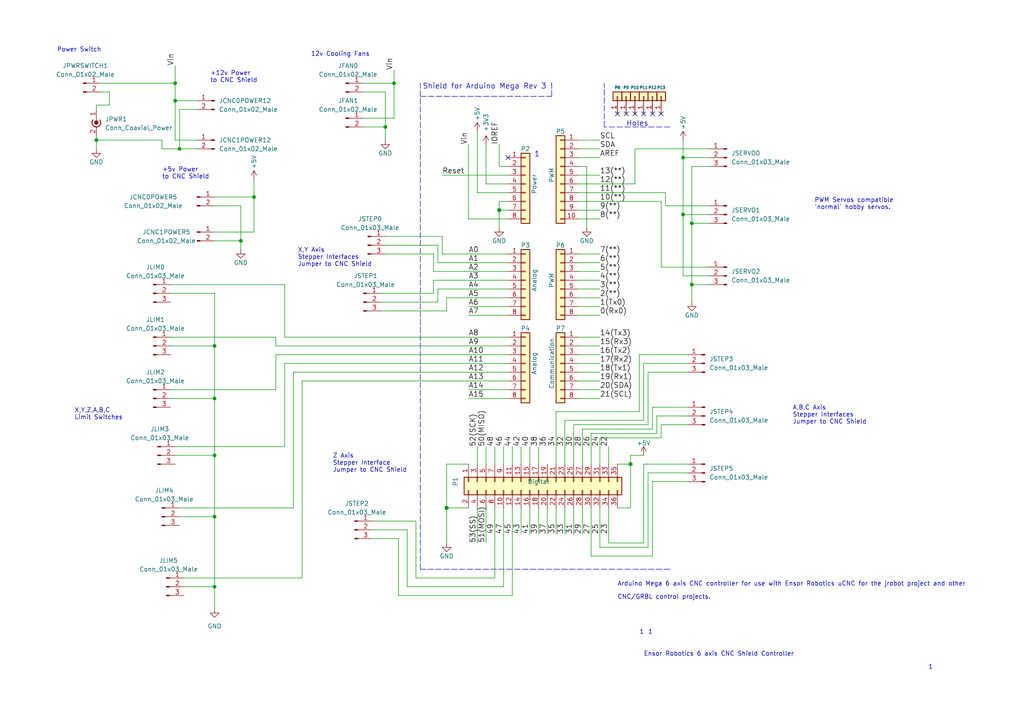
<source format=kicad_sch>
(kicad_sch (version 20211123) (generator eeschema)
  (paper "A4")
  (title_block (date "mar. 31 mars 2015"))
  (lib_symbols
    (symbol "Connector:Conn_01x02_Male" (pin_names (offset 1.016) hide)
      (property "Reference" "J" (at 0 2.54 0))
      (property "Value" "Conn_01x02_Male" (at 0 -5.08 0))
      (symbol "Conn_01x02_Male_1_1"
        (polyline (pts (xy 1.27 -2.54) (xy 0.8636 -2.54)) (stroke (width 0.1524)))
        (polyline (pts (xy 1.27 0) (xy 0.8636 0)) (stroke (width 0.1524)))
        (rectangle (start 0.8636 -2.413) (end 0 -2.667) (stroke (width 0.1524)) (fill (type outline)))
        (rectangle (start 0.8636 0.127) (end 0 -0.127) (stroke (width 0.1524)) (fill (type outline)))
        (pin passive line (at 5.08 0 180) (length 3.81) (name "Pin_1") (number "1"))
        (pin passive line (at 5.08 -2.54 180) (length 3.81) (name "Pin_2") (number "2"))
      )
    )
    (symbol "Connector:Conn_01x03_Male" (pin_names (offset 1.016) hide)
      (property "Reference" "J" (at 0 5.08 0))
      (property "Value" "Conn_01x03_Male" (at 0 -5.08 0))
      (symbol "Conn_01x03_Male_1_1"
        (polyline (pts (xy 1.27 -2.54) (xy 0.8636 -2.54)) (stroke (width 0.1524)))
        (polyline (pts (xy 1.27 0) (xy 0.8636 0)) (stroke (width 0.1524)))
        (polyline (pts (xy 1.27 2.54) (xy 0.8636 2.54)) (stroke (width 0.1524)))
        (rectangle (start 0.8636 -2.413) (end 0 -2.667) (stroke (width 0.1524)) (fill (type outline)))
        (rectangle (start 0.8636 0.127) (end 0 -0.127) (stroke (width 0.1524)) (fill (type outline)))
        (rectangle (start 0.8636 2.667) (end 0 2.413) (stroke (width 0.1524)) (fill (type outline)))
        (pin passive line (at 5.08 2.54 180) (length 3.81) (name "Pin_1") (number "1"))
        (pin passive line (at 5.08 0 180) (length 3.81) (name "Pin_2") (number "2"))
        (pin passive line (at 5.08 -2.54 180) (length 3.81) (name "Pin_3") (number "3"))
      )
    )
    (symbol "Connector:Conn_Coaxial_Power" (pin_names (offset 1.016) hide)
      (property "Reference" "J" (at -5.08 -1.27 90))
      (property "Value" "Conn_Coaxial_Power" (at -3.175 -1.27 90))
      (symbol "Conn_Coaxial_Power_0_1"
        (arc (start -1.27 -1.27) (mid 0 -2.54) (end 1.27 -1.27) (stroke (width 0.254)))
        (arc (start -1.016 -0.508) (mid -1.2048 -0.8684) (end -1.27 -1.27) (stroke (width 0.254)))
        (circle (center 0 -1.27) (radius 0.508) (stroke (width 0.2032)) (fill (type outline)))
        (polyline (pts (xy 0 -2.54) (xy 0 -3.048)))
        (polyline (pts (xy 0 0) (xy 0 -1.27)))
        (arc (start 1.27 -1.27) (mid 1.2048 -0.8684) (end 1.016 -0.508) (stroke (width 0.254)))
      )
      (symbol "Conn_Coaxial_Power_1_1"
        (pin passive line (at 0 2.54 270) (length 2.54) (name "In") (number "1"))
        (pin passive line (at 0 -5.08 90) (length 2.54) (name "Ext") (number "2"))
      )
    )
    (symbol "Connector_Generic:Conn_01x01" (pin_names (offset 1.016) hide)
      (property "Reference" "J" (at 0 2.54 0))
      (property "Value" "Conn_01x01" (at 0 -2.54 0))
      (symbol "Conn_01x01_1_1"
        (rectangle (start -1.27 0.127) (end 0 -0.127) (stroke (width 0.1524)))
        (rectangle (start -1.27 1.27) (end 1.27 -1.27) (stroke (width 0.254)) (fill (type background)))
        (pin passive line (at -5.08 0 0) (length 3.81) (name "Pin_1") (number "1"))
      )
    )
    (symbol "Connector_Generic:Conn_01x08" (pin_names (offset 1.016) hide)
      (property "Reference" "J" (at 0 10.16 0))
      (property "Value" "Conn_01x08" (at 0 -12.7 0))
      (symbol "Conn_01x08_1_1"
        (rectangle (start -1.27 -10.033) (end 0 -10.287) (stroke (width 0.1524)))
        (rectangle (start -1.27 -7.493) (end 0 -7.747) (stroke (width 0.1524)))
        (rectangle (start -1.27 -4.953) (end 0 -5.207) (stroke (width 0.1524)))
        (rectangle (start -1.27 -2.413) (end 0 -2.667) (stroke (width 0.1524)))
        (rectangle (start -1.27 0.127) (end 0 -0.127) (stroke (width 0.1524)))
        (rectangle (start -1.27 2.667) (end 0 2.413) (stroke (width 0.1524)))
        (rectangle (start -1.27 5.207) (end 0 4.953) (stroke (width 0.1524)))
        (rectangle (start -1.27 7.747) (end 0 7.493) (stroke (width 0.1524)))
        (rectangle (start -1.27 8.89) (end 1.27 -11.43) (stroke (width 0.254)) (fill (type background)))
        (pin passive line (at -5.08 7.62 0) (length 3.81) (name "Pin_1") (number "1"))
        (pin passive line (at -5.08 5.08 0) (length 3.81) (name "Pin_2") (number "2"))
        (pin passive line (at -5.08 2.54 0) (length 3.81) (name "Pin_3") (number "3"))
        (pin passive line (at -5.08 0 0) (length 3.81) (name "Pin_4") (number "4"))
        (pin passive line (at -5.08 -2.54 0) (length 3.81) (name "Pin_5") (number "5"))
        (pin passive line (at -5.08 -5.08 0) (length 3.81) (name "Pin_6") (number "6"))
        (pin passive line (at -5.08 -7.62 0) (length 3.81) (name "Pin_7") (number "7"))
        (pin passive line (at -5.08 -10.16 0) (length 3.81) (name "Pin_8") (number "8"))
      )
    )
    (symbol "Connector_Generic:Conn_01x10" (pin_names (offset 1.016) hide)
      (property "Reference" "J" (at 0 12.7 0))
      (property "Value" "Conn_01x10" (at 0 -15.24 0))
      (symbol "Conn_01x10_1_1"
        (rectangle (start -1.27 -12.573) (end 0 -12.827) (stroke (width 0.1524)))
        (rectangle (start -1.27 -10.033) (end 0 -10.287) (stroke (width 0.1524)))
        (rectangle (start -1.27 -7.493) (end 0 -7.747) (stroke (width 0.1524)))
        (rectangle (start -1.27 -4.953) (end 0 -5.207) (stroke (width 0.1524)))
        (rectangle (start -1.27 -2.413) (end 0 -2.667) (stroke (width 0.1524)))
        (rectangle (start -1.27 0.127) (end 0 -0.127) (stroke (width 0.1524)))
        (rectangle (start -1.27 2.667) (end 0 2.413) (stroke (width 0.1524)))
        (rectangle (start -1.27 5.207) (end 0 4.953) (stroke (width 0.1524)))
        (rectangle (start -1.27 7.747) (end 0 7.493) (stroke (width 0.1524)))
        (rectangle (start -1.27 10.287) (end 0 10.033) (stroke (width 0.1524)))
        (rectangle (start -1.27 11.43) (end 1.27 -13.97) (stroke (width 0.254)) (fill (type background)))
        (pin passive line (at -5.08 10.16 0) (length 3.81) (name "Pin_1") (number "1"))
        (pin passive line (at -5.08 -12.7 0) (length 3.81) (name "Pin_10") (number "10"))
        (pin passive line (at -5.08 7.62 0) (length 3.81) (name "Pin_2") (number "2"))
        (pin passive line (at -5.08 5.08 0) (length 3.81) (name "Pin_3") (number "3"))
        (pin passive line (at -5.08 2.54 0) (length 3.81) (name "Pin_4") (number "4"))
        (pin passive line (at -5.08 0 0) (length 3.81) (name "Pin_5") (number "5"))
        (pin passive line (at -5.08 -2.54 0) (length 3.81) (name "Pin_6") (number "6"))
        (pin passive line (at -5.08 -5.08 0) (length 3.81) (name "Pin_7") (number "7"))
        (pin passive line (at -5.08 -7.62 0) (length 3.81) (name "Pin_8") (number "8"))
        (pin passive line (at -5.08 -10.16 0) (length 3.81) (name "Pin_9") (number "9"))
      )
    )
    (symbol "Connector_Generic:Conn_02x18_Odd_Even" (pin_names (offset 1.016) hide)
      (property "Reference" "J" (at 1.27 22.86 0))
      (property "Value" "Conn_02x18_Odd_Even" (at 1.27 -25.4 0))
      (symbol "Conn_02x18_Odd_Even_1_1"
        (rectangle (start -1.27 -22.733) (end 0 -22.987) (stroke (width 0.1524)))
        (rectangle (start -1.27 -20.193) (end 0 -20.447) (stroke (width 0.1524)))
        (rectangle (start -1.27 -17.653) (end 0 -17.907) (stroke (width 0.1524)))
        (rectangle (start -1.27 -15.113) (end 0 -15.367) (stroke (width 0.1524)))
        (rectangle (start -1.27 -12.573) (end 0 -12.827) (stroke (width 0.1524)))
        (rectangle (start -1.27 -10.033) (end 0 -10.287) (stroke (width 0.1524)))
        (rectangle (start -1.27 -7.493) (end 0 -7.747) (stroke (width 0.1524)))
        (rectangle (start -1.27 -4.953) (end 0 -5.207) (stroke (width 0.1524)))
        (rectangle (start -1.27 -2.413) (end 0 -2.667) (stroke (width 0.1524)))
        (rectangle (start -1.27 0.127) (end 0 -0.127) (stroke (width 0.1524)))
        (rectangle (start -1.27 2.667) (end 0 2.413) (stroke (width 0.1524)))
        (rectangle (start -1.27 5.207) (end 0 4.953) (stroke (width 0.1524)))
        (rectangle (start -1.27 7.747) (end 0 7.493) (stroke (width 0.1524)))
        (rectangle (start -1.27 10.287) (end 0 10.033) (stroke (width 0.1524)))
        (rectangle (start -1.27 12.827) (end 0 12.573) (stroke (width 0.1524)))
        (rectangle (start -1.27 15.367) (end 0 15.113) (stroke (width 0.1524)))
        (rectangle (start -1.27 17.907) (end 0 17.653) (stroke (width 0.1524)))
        (rectangle (start -1.27 20.447) (end 0 20.193) (stroke (width 0.1524)))
        (rectangle (start -1.27 21.59) (end 3.81 -24.13) (stroke (width 0.254)) (fill (type background)))
        (rectangle (start 3.81 -22.733) (end 2.54 -22.987) (stroke (width 0.1524)))
        (rectangle (start 3.81 -20.193) (end 2.54 -20.447) (stroke (width 0.1524)))
        (rectangle (start 3.81 -17.653) (end 2.54 -17.907) (stroke (width 0.1524)))
        (rectangle (start 3.81 -15.113) (end 2.54 -15.367) (stroke (width 0.1524)))
        (rectangle (start 3.81 -12.573) (end 2.54 -12.827) (stroke (width 0.1524)))
        (rectangle (start 3.81 -10.033) (end 2.54 -10.287) (stroke (width 0.1524)))
        (rectangle (start 3.81 -7.493) (end 2.54 -7.747) (stroke (width 0.1524)))
        (rectangle (start 3.81 -4.953) (end 2.54 -5.207) (stroke (width 0.1524)))
        (rectangle (start 3.81 -2.413) (end 2.54 -2.667) (stroke (width 0.1524)))
        (rectangle (start 3.81 0.127) (end 2.54 -0.127) (stroke (width 0.1524)))
        (rectangle (start 3.81 2.667) (end 2.54 2.413) (stroke (width 0.1524)))
        (rectangle (start 3.81 5.207) (end 2.54 4.953) (stroke (width 0.1524)))
        (rectangle (start 3.81 7.747) (end 2.54 7.493) (stroke (width 0.1524)))
        (rectangle (start 3.81 10.287) (end 2.54 10.033) (stroke (width 0.1524)))
        (rectangle (start 3.81 12.827) (end 2.54 12.573) (stroke (width 0.1524)))
        (rectangle (start 3.81 15.367) (end 2.54 15.113) (stroke (width 0.1524)))
        (rectangle (start 3.81 17.907) (end 2.54 17.653) (stroke (width 0.1524)))
        (rectangle (start 3.81 20.447) (end 2.54 20.193) (stroke (width 0.1524)))
        (pin passive line (at -5.08 20.32 0) (length 3.81) (name "Pin_1") (number "1"))
        (pin passive line (at 7.62 10.16 180) (length 3.81) (name "Pin_10") (number "10"))
        (pin passive line (at -5.08 7.62 0) (length 3.81) (name "Pin_11") (number "11"))
        (pin passive line (at 7.62 7.62 180) (length 3.81) (name "Pin_12") (number "12"))
        (pin passive line (at -5.08 5.08 0) (length 3.81) (name "Pin_13") (number "13"))
        (pin passive line (at 7.62 5.08 180) (length 3.81) (name "Pin_14") (number "14"))
        (pin passive line (at -5.08 2.54 0) (length 3.81) (name "Pin_15") (number "15"))
        (pin passive line (at 7.62 2.54 180) (length 3.81) (name "Pin_16") (number "16"))
        (pin passive line (at -5.08 0 0) (length 3.81) (name "Pin_17") (number "17"))
        (pin passive line (at 7.62 0 180) (length 3.81) (name "Pin_18") (number "18"))
        (pin passive line (at -5.08 -2.54 0) (length 3.81) (name "Pin_19") (number "19"))
        (pin passive line (at 7.62 20.32 180) (length 3.81) (name "Pin_2") (number "2"))
        (pin passive line (at 7.62 -2.54 180) (length 3.81) (name "Pin_20") (number "20"))
        (pin passive line (at -5.08 -5.08 0) (length 3.81) (name "Pin_21") (number "21"))
        (pin passive line (at 7.62 -5.08 180) (length 3.81) (name "Pin_22") (number "22"))
        (pin passive line (at -5.08 -7.62 0) (length 3.81) (name "Pin_23") (number "23"))
        (pin passive line (at 7.62 -7.62 180) (length 3.81) (name "Pin_24") (number "24"))
        (pin passive line (at -5.08 -10.16 0) (length 3.81) (name "Pin_25") (number "25"))
        (pin passive line (at 7.62 -10.16 180) (length 3.81) (name "Pin_26") (number "26"))
        (pin passive line (at -5.08 -12.7 0) (length 3.81) (name "Pin_27") (number "27"))
        (pin passive line (at 7.62 -12.7 180) (length 3.81) (name "Pin_28") (number "28"))
        (pin passive line (at -5.08 -15.24 0) (length 3.81) (name "Pin_29") (number "29"))
        (pin passive line (at -5.08 17.78 0) (length 3.81) (name "Pin_3") (number "3"))
        (pin passive line (at 7.62 -15.24 180) (length 3.81) (name "Pin_30") (number "30"))
        (pin passive line (at -5.08 -17.78 0) (length 3.81) (name "Pin_31") (number "31"))
        (pin passive line (at 7.62 -17.78 180) (length 3.81) (name "Pin_32") (number "32"))
        (pin passive line (at -5.08 -20.32 0) (length 3.81) (name "Pin_33") (number "33"))
        (pin passive line (at 7.62 -20.32 180) (length 3.81) (name "Pin_34") (number "34"))
        (pin passive line (at -5.08 -22.86 0) (length 3.81) (name "Pin_35") (number "35"))
        (pin passive line (at 7.62 -22.86 180) (length 3.81) (name "Pin_36") (number "36"))
        (pin passive line (at 7.62 17.78 180) (length 3.81) (name "Pin_4") (number "4"))
        (pin passive line (at -5.08 15.24 0) (length 3.81) (name "Pin_5") (number "5"))
        (pin passive line (at 7.62 15.24 180) (length 3.81) (name "Pin_6") (number "6"))
        (pin passive line (at -5.08 12.7 0) (length 3.81) (name "Pin_7") (number "7"))
        (pin passive line (at 7.62 12.7 180) (length 3.81) (name "Pin_8") (number "8"))
        (pin passive line (at -5.08 10.16 0) (length 3.81) (name "Pin_9") (number "9"))
      )
    )
    (symbol "power:+3V3" (power) (pin_names (offset 0))
      (property "Value" "+3V3" (at 0 3.556 0))
      (symbol "+3V3_0_1"
        (polyline (pts (xy -0.762 1.27) (xy 0 2.54)))
        (polyline (pts (xy 0 0) (xy 0 2.54)))
        (polyline (pts (xy 0 2.54) (xy 0.762 1.27)))
      )
      (symbol "+3V3_1_1"
        (pin power_in line (at 0 0 90) (length 0) hide (name "+3V3") (number "1"))
      )
    )
    (symbol "power:+5V" (power) (pin_names (offset 0))
      (property "Value" "+5V" (at 0 3.556 0))
      (symbol "+5V_0_1"
        (polyline (pts (xy -0.762 1.27) (xy 0 2.54)))
        (polyline (pts (xy 0 0) (xy 0 2.54)))
        (polyline (pts (xy 0 2.54) (xy 0.762 1.27)))
      )
      (symbol "+5V_1_1"
        (pin power_in line (at 0 0 90) (length 0) hide (name "+5V") (number "1"))
      )
    )
    (symbol "power:GND" (power) (pin_names (offset 0))
      (property "Value" "GND" (at 0 -3.81 0))
      (symbol "GND_0_1"
        (polyline (pts (xy 0 0) (xy 0 -1.27) (xy 1.27 -1.27) (xy 0 -2.54) (xy -1.27 -1.27) (xy 0 -1.27)))
      )
      (symbol "GND_1_1"
        (pin power_in line (at 0 0 270) (length 0) hide (name "GND") (number "1"))
      )
    )
  )
  (junction (at 50.8 24.13))
  (junction (at 129.54 147.32) (diameter 1.016))
  (junction (at 144.78 60.96) (diameter 1.016))
  (junction (at 200.66 64.77))
  (junction (at 200.66 82.55))
  (junction (at 198.12 45.72))
  (junction (at 62.23 100.33))
  (junction (at 62.23 115.57))
  (junction (at 62.23 132.08))
  (junction (at 62.23 149.86))
  (junction (at 111.76 36.83))
  (junction (at 50.8 29.21))
  (junction (at 52.07 43.18))
  (junction (at 62.23 170.18))
  (junction (at 182.88 134.62) (diameter 1.016))
  (junction (at 69.85 69.85))
  (junction (at 27.94 40.64))
  (junction (at 198.12 62.23))
  (junction (at 73.66 57.15))
  (junction (at 114.3 24.13))
  (no_connect (at 179.07 33.02))
  (no_connect (at 181.61 33.02))
  (no_connect (at 191.77 33.02))
  (no_connect (at 186.69 33.02))
  (no_connect (at 189.23 33.02))
  (no_connect (at 147.32 45.72))
  (no_connect (at 184.15 33.02))
  (wire (pts (xy 167.64 91.44) (xy 173.99 91.44)))
  (wire (pts (xy 110.49 85.09) (xy 125.73 85.09)))
  (wire (pts (xy 138.43 147.32) (xy 138.43 157.48)))
  (wire (pts (xy 135.89 91.44) (xy 147.32 91.44)))
  (wire (pts (xy 62.23 85.09) (xy 49.53 85.09)))
  (wire (pts (xy 200.66 87.63) (xy 200.66 82.55)))
  (wire (pts (xy 151.13 147.32) (xy 151.13 154.94)))
  (wire (pts (xy 107.95 153.67) (xy 118.11 153.67)))
  (wire (pts (xy 50.8 24.13) (xy 50.8 29.21)))
  (wire (pts (xy 127 71.12) (xy 127 76.2)))
  (wire (pts (xy 87.63 110.49) (xy 87.63 167.64)))
  (wire (pts (xy 46.99 40.64) (xy 46.99 43.18)))
  (wire (pts (xy 171.45 161.29) (xy 189.23 161.29)))
  (wire (pts (xy 171.45 125.73) (xy 190.5 125.73)))
  (wire (pts (xy 31.75 26.67) (xy 29.21 26.67)))
  (wire (pts (xy 129.54 90.17) (xy 129.54 86.36)))
  (wire (pts (xy 105.41 36.83) (xy 111.76 36.83)))
  (wire (pts (xy 182.88 132.08) (xy 182.88 134.62)))
  (wire (pts (xy 85.09 107.95) (xy 147.32 107.95)))
  (wire (pts (xy 182.88 134.62) (xy 182.88 147.32)))
  (wire (pts (xy 167.64 58.42) (xy 191.77 58.42)))
  (wire (pts (xy 135.89 134.62) (xy 129.54 134.62)))
  (wire (pts (xy 185.42 119.38) (xy 185.42 102.87)))
  (wire (pts (xy 127 83.82) (xy 147.32 83.82)))
  (wire (pts (xy 52.07 31.75) (xy 52.07 43.18)))
  (wire (pts (xy 191.77 77.47) (xy 191.77 58.42)))
  (wire (pts (xy 144.78 58.42) (xy 144.78 60.96)))
  (wire (pts (xy 187.96 107.95) (xy 199.39 107.95)))
  (wire (pts (xy 62.23 132.08) (xy 62.23 115.57)))
  (wire (pts (xy 163.83 121.92) (xy 186.69 121.92)))
  (wire (pts (xy 186.69 134.62) (xy 186.69 157.48)))
  (wire (pts (xy 85.09 147.32) (xy 52.07 147.32)))
  (wire (pts (xy 50.8 29.21) (xy 57.15 29.21)))
  (wire (pts (xy 146.05 147.32) (xy 146.05 170.18)))
  (wire (pts (xy 80.01 97.79) (xy 49.53 97.79)))
  (wire (pts (xy 62.23 170.18) (xy 62.23 176.53)))
  (wire (pts (xy 125.73 85.09) (xy 125.73 81.28)))
  (wire (pts (xy 168.91 147.32) (xy 168.91 154.94)))
  (wire (pts (xy 200.66 64.77) (xy 200.66 48.26)))
  (wire (pts (xy 118.11 153.67) (xy 118.11 170.18)))
  (wire (pts (xy 114.3 34.29) (xy 114.3 24.13)))
  (wire (pts (xy 62.23 69.85) (xy 69.85 69.85)))
  (wire (pts (xy 127 76.2) (xy 147.32 76.2)))
  (wire (pts (xy 198.12 40.64) (xy 198.12 45.72)))
  (wire (pts (xy 144.78 60.96) (xy 144.78 66.04)))
  (wire (pts (xy 173.99 127) (xy 191.77 127)))
  (wire (pts (xy 49.53 113.03) (xy 80.01 113.03)))
  (wire (pts (xy 140.97 53.34) (xy 147.32 53.34)))
  (wire (pts (xy 186.69 157.48) (xy 176.53 157.48)))
  (polyline (pts (xy 194.31 36.83) (xy 175.26 36.83)) (stroke (width 0) (type dash)))
  (wire (pts (xy 200.66 82.55) (xy 205.74 82.55)))
  (wire (pts (xy 138.43 55.88) (xy 147.32 55.88)))
  (wire (pts (xy 57.15 40.64) (xy 50.8 40.64)))
  (wire (pts (xy 87.63 110.49) (xy 147.32 110.49)))
  (wire (pts (xy 138.43 38.1) (xy 138.43 55.88)))
  (wire (pts (xy 156.21 134.62) (xy 156.21 129.54)))
  (wire (pts (xy 135.89 115.57) (xy 147.32 115.57)))
  (wire (pts (xy 118.11 170.18) (xy 146.05 170.18)))
  (wire (pts (xy 82.55 105.41) (xy 147.32 105.41)))
  (wire (pts (xy 151.13 134.62) (xy 151.13 129.54)))
  (wire (pts (xy 198.12 80.01) (xy 205.74 80.01)))
  (polyline (pts (xy 175.26 36.83) (xy 175.26 24.13)) (stroke (width 0) (type dash)))
  (wire (pts (xy 171.45 125.73) (xy 171.45 134.62)))
  (wire (pts (xy 189.23 124.46) (xy 189.23 118.11)))
  (wire (pts (xy 198.12 62.23) (xy 205.74 62.23)))
  (wire (pts (xy 50.8 29.21) (xy 50.8 40.64)))
  (wire (pts (xy 167.64 45.72) (xy 173.99 45.72)))
  (wire (pts (xy 140.97 41.91) (xy 140.97 53.34)))
  (wire (pts (xy 27.94 39.37) (xy 27.94 40.64)))
  (wire (pts (xy 168.91 124.46) (xy 189.23 124.46)))
  (wire (pts (xy 205.74 43.18) (xy 184.15 43.18)))
  (wire (pts (xy 115.57 156.21) (xy 115.57 172.72)))
  (wire (pts (xy 147.32 113.03) (xy 135.89 113.03)))
  (wire (pts (xy 73.66 52.07) (xy 73.66 57.15)))
  (wire (pts (xy 173.99 147.32) (xy 173.99 158.75)))
  (wire (pts (xy 120.65 151.13) (xy 120.65 167.64)))
  (wire (pts (xy 148.59 147.32) (xy 148.59 172.72)))
  (wire (pts (xy 82.55 129.54) (xy 50.8 129.54)))
  (wire (pts (xy 200.66 48.26) (xy 205.74 48.26)))
  (wire (pts (xy 82.55 97.79) (xy 147.32 97.79)))
  (wire (pts (xy 110.49 90.17) (xy 129.54 90.17)))
  (wire (pts (xy 184.15 43.18) (xy 184.15 53.34)))
  (wire (pts (xy 167.64 110.49) (xy 173.99 110.49)))
  (wire (pts (xy 167.64 40.64) (xy 173.99 40.64)))
  (wire (pts (xy 173.99 73.66) (xy 167.64 73.66)))
  (wire (pts (xy 189.23 139.7) (xy 189.23 161.29)))
  (wire (pts (xy 111.76 73.66) (xy 125.73 73.66)))
  (wire (pts (xy 186.69 105.41) (xy 199.39 105.41)))
  (wire (pts (xy 129.54 134.62) (xy 129.54 147.32)))
  (wire (pts (xy 129.54 86.36) (xy 147.32 86.36)))
  (wire (pts (xy 135.89 147.32) (xy 129.54 147.32)))
  (wire (pts (xy 187.96 123.19) (xy 187.96 107.95)))
  (wire (pts (xy 115.57 172.72) (xy 148.59 172.72)))
  (wire (pts (xy 191.77 127) (xy 191.77 123.19)))
  (wire (pts (xy 161.29 119.38) (xy 161.29 134.62)))
  (wire (pts (xy 144.78 48.26) (xy 144.78 41.91)))
  (wire (pts (xy 125.73 78.74) (xy 147.32 78.74)))
  (wire (pts (xy 167.64 100.33) (xy 173.99 100.33)))
  (wire (pts (xy 166.37 123.19) (xy 187.96 123.19)))
  (wire (pts (xy 50.8 19.05) (xy 50.8 24.13)))
  (wire (pts (xy 62.23 149.86) (xy 52.07 149.86)))
  (wire (pts (xy 105.41 34.29) (xy 114.3 34.29)))
  (wire (pts (xy 167.64 50.8) (xy 173.99 50.8)))
  (wire (pts (xy 147.32 48.26) (xy 144.78 48.26)))
  (wire (pts (xy 27.94 40.64) (xy 46.99 40.64)))
  (polyline (pts (xy 121.92 27.94) (xy 160.02 27.94)) (stroke (width 0) (type dash)))
  (wire (pts (xy 161.29 147.32) (xy 161.29 154.94)))
  (wire (pts (xy 158.75 147.32) (xy 158.75 154.94)))
  (wire (pts (xy 173.99 78.74) (xy 167.64 78.74)))
  (wire (pts (xy 29.21 24.13) (xy 50.8 24.13)))
  (wire (pts (xy 110.49 87.63) (xy 127 87.63)))
  (wire (pts (xy 167.64 53.34) (xy 184.15 53.34)))
  (wire (pts (xy 190.5 125.73) (xy 190.5 120.65)))
  (wire (pts (xy 105.41 26.67) (xy 111.76 26.67)))
  (polyline (pts (xy 121.92 165.1) (xy 121.92 24.13)) (stroke (width 0) (type dash)))
  (wire (pts (xy 186.69 132.08) (xy 182.88 132.08)))
  (wire (pts (xy 46.99 43.18) (xy 52.07 43.18)))
  (wire (pts (xy 148.59 134.62) (xy 148.59 129.54)))
  (wire (pts (xy 49.53 115.57) (xy 62.23 115.57)))
  (wire (pts (xy 173.99 113.03) (xy 167.64 113.03)))
  (wire (pts (xy 205.74 77.47) (xy 191.77 77.47)))
  (wire (pts (xy 198.12 45.72) (xy 205.74 45.72)))
  (wire (pts (xy 167.64 115.57) (xy 173.99 115.57)))
  (wire (pts (xy 125.73 81.28) (xy 147.32 81.28)))
  (wire (pts (xy 80.01 100.33) (xy 147.32 100.33)))
  (wire (pts (xy 138.43 134.62) (xy 138.43 129.54)))
  (wire (pts (xy 153.67 147.32) (xy 153.67 154.94)))
  (wire (pts (xy 176.53 147.32) (xy 176.53 157.48)))
  (wire (pts (xy 173.99 107.95) (xy 167.64 107.95)))
  (wire (pts (xy 173.99 43.18) (xy 167.64 43.18)))
  (wire (pts (xy 166.37 147.32) (xy 166.37 154.94)))
  (wire (pts (xy 146.05 134.62) (xy 146.05 129.54)))
  (wire (pts (xy 128.27 50.8) (xy 147.32 50.8)))
  (wire (pts (xy 85.09 107.95) (xy 85.09 147.32)))
  (wire (pts (xy 170.18 48.26) (xy 167.64 48.26)))
  (wire (pts (xy 173.99 97.79) (xy 167.64 97.79)))
  (wire (pts (xy 27.94 30.48) (xy 31.75 30.48)))
  (wire (pts (xy 167.64 76.2) (xy 173.99 76.2)))
  (wire (pts (xy 111.76 36.83) (xy 111.76 40.64)))
  (wire (pts (xy 173.99 60.96) (xy 167.64 60.96)))
  (wire (pts (xy 182.88 134.62) (xy 179.07 134.62)))
  (wire (pts (xy 147.32 60.96) (xy 144.78 60.96)))
  (wire (pts (xy 163.83 147.32) (xy 163.83 154.94)))
  (wire (pts (xy 62.23 59.69) (xy 69.85 59.69)))
  (wire (pts (xy 107.95 156.21) (xy 115.57 156.21)))
  (wire (pts (xy 191.77 123.19) (xy 199.39 123.19)))
  (wire (pts (xy 198.12 62.23) (xy 198.12 80.01)))
  (wire (pts (xy 156.21 147.32) (xy 156.21 154.94)))
  (wire (pts (xy 185.42 102.87) (xy 199.39 102.87)))
  (wire (pts (xy 52.07 43.18) (xy 57.15 43.18)))
  (wire (pts (xy 111.76 26.67) (xy 111.76 36.83)))
  (wire (pts (xy 166.37 123.19) (xy 166.37 134.62)))
  (wire (pts (xy 147.32 63.5) (xy 135.89 63.5)))
  (wire (pts (xy 200.66 64.77) (xy 205.74 64.77)))
  (wire (pts (xy 120.65 167.64) (xy 143.51 167.64)))
  (wire (pts (xy 62.23 115.57) (xy 62.23 100.33)))
  (wire (pts (xy 140.97 134.62) (xy 140.97 129.54)))
  (wire (pts (xy 87.63 167.64) (xy 53.34 167.64)))
  (wire (pts (xy 128.27 73.66) (xy 147.32 73.66)))
  (wire (pts (xy 125.73 73.66) (xy 125.73 78.74)))
  (wire (pts (xy 193.04 55.88) (xy 193.04 59.69)))
  (wire (pts (xy 176.53 134.62) (xy 176.53 129.54)))
  (wire (pts (xy 62.23 100.33) (xy 62.23 85.09)))
  (wire (pts (xy 173.99 158.75) (xy 187.96 158.75)))
  (wire (pts (xy 80.01 102.87) (xy 80.01 113.03)))
  (wire (pts (xy 189.23 139.7) (xy 199.39 139.7)))
  (wire (pts (xy 57.15 31.75) (xy 52.07 31.75)))
  (wire (pts (xy 167.64 105.41) (xy 173.99 105.41)))
  (wire (pts (xy 62.23 57.15) (xy 73.66 57.15)))
  (wire (pts (xy 80.01 100.33) (xy 80.01 97.79)))
  (wire (pts (xy 147.32 58.42) (xy 144.78 58.42)))
  (wire (pts (xy 190.5 120.65) (xy 199.39 120.65)))
  (wire (pts (xy 111.76 71.12) (xy 127 71.12)))
  (wire (pts (xy 153.67 134.62) (xy 153.67 129.54)))
  (wire (pts (xy 49.53 100.33) (xy 62.23 100.33)))
  (wire (pts (xy 62.23 149.86) (xy 62.23 170.18)))
  (wire (pts (xy 198.12 45.72) (xy 198.12 62.23)))
  (wire (pts (xy 173.99 127) (xy 173.99 134.62)))
  (wire (pts (xy 105.41 24.13) (xy 114.3 24.13)))
  (wire (pts (xy 167.64 63.5) (xy 173.99 63.5)))
  (polyline (pts (xy 160.02 27.94) (xy 160.02 23.495)) (stroke (width 0) (type dash)))
  (wire (pts (xy 27.94 40.64) (xy 27.94 43.18)))
  (wire (pts (xy 128.27 68.58) (xy 128.27 73.66)))
  (wire (pts (xy 173.99 102.87) (xy 167.64 102.87)))
  (wire (pts (xy 27.94 31.75) (xy 27.94 30.48)))
  (wire (pts (xy 80.01 102.87) (xy 147.32 102.87)))
  (wire (pts (xy 186.69 121.92) (xy 186.69 105.41)))
  (wire (pts (xy 161.29 119.38) (xy 185.42 119.38)))
  (wire (pts (xy 168.91 124.46) (xy 168.91 134.62)))
  (wire (pts (xy 69.85 69.85) (xy 69.85 72.39)))
  (wire (pts (xy 143.51 147.32) (xy 143.51 167.64)))
  (wire (pts (xy 187.96 137.16) (xy 187.96 158.75)))
  (wire (pts (xy 182.88 147.32) (xy 179.07 147.32)))
  (wire (pts (xy 193.04 59.69) (xy 205.74 59.69)))
  (wire (pts (xy 62.23 149.86) (xy 62.23 132.08)))
  (wire (pts (xy 200.66 82.55) (xy 200.66 64.77)))
  (wire (pts (xy 163.83 134.62) (xy 163.83 121.92)))
  (wire (pts (xy 143.51 134.62) (xy 143.51 129.54)))
  (wire (pts (xy 189.23 118.11) (xy 199.39 118.11)))
  (wire (pts (xy 82.55 105.41) (xy 82.55 129.54)))
  (wire (pts (xy 62.23 67.31) (xy 73.66 67.31)))
  (wire (pts (xy 82.55 82.55) (xy 49.53 82.55)))
  (wire (pts (xy 114.3 20.32) (xy 114.3 24.13)))
  (wire (pts (xy 167.64 86.36) (xy 173.99 86.36)))
  (wire (pts (xy 140.97 147.32) (xy 140.97 157.48)))
  (wire (pts (xy 82.55 97.79) (xy 82.55 82.55)))
  (wire (pts (xy 107.95 151.13) (xy 120.65 151.13)))
  (wire (pts (xy 171.45 147.32) (xy 171.45 161.29)))
  (wire (pts (xy 173.99 83.82) (xy 167.64 83.82)))
  (wire (pts (xy 127 87.63) (xy 127 83.82)))
  (wire (pts (xy 53.34 170.18) (xy 62.23 170.18)))
  (wire (pts (xy 111.76 68.58) (xy 128.27 68.58)))
  (wire (pts (xy 186.69 134.62) (xy 199.39 134.62)))
  (wire (pts (xy 50.8 132.08) (xy 62.23 132.08)))
  (wire (pts (xy 69.85 59.69) (xy 69.85 69.85)))
  (wire (pts (xy 187.96 137.16) (xy 199.39 137.16)))
  (wire (pts (xy 173.99 88.9) (xy 167.64 88.9)))
  (wire (pts (xy 135.89 63.5) (xy 135.89 41.91)))
  (wire (pts (xy 129.54 147.32) (xy 129.54 157.48)))
  (wire (pts (xy 31.75 30.48) (xy 31.75 26.67)))
  (wire (pts (xy 73.66 57.15) (xy 73.66 67.31)))
  (wire (pts (xy 147.32 88.9) (xy 135.89 88.9)))
  (polyline (pts (xy 194.31 165.1) (xy 121.92 165.1)) (stroke (width 0) (type dash)))
  (wire (pts (xy 170.18 66.04) (xy 170.18 48.26)))
  (wire (pts (xy 167.64 81.28) (xy 173.99 81.28)))
  (wire (pts (xy 167.64 55.88) (xy 193.04 55.88)))
  (text "Z Axis\nStepper Interface\nJumper to CNC Shield" (at 96.52 137.16 0) (effects (font (size 1.27 1.27)) (justify left bottom)))
  (text "12v Cooling Fans" (at 90.17 16.51 0) (effects (font (size 1.27 1.27)) (justify left bottom)))
  (text "A,B,C Axis\nStepper Interfaces\nJumper to CNC Shield" (at 229.87 123.19 0) (effects (font (size 1.27 1.27)) (justify left bottom)))
  (text "1" (at 185.42 184.15 0) (effects (font (size 1.27 1.27)) (justify left bottom)))
  (text "1" (at 187.96 184.15 0) (effects (font (size 1.27 1.27)) (justify left bottom)))
  (text "X,Y,Z,A,B,C\nLimit Switches" (at 21.59 121.92 0) (effects (font (size 1.27 1.27)) (justify left bottom)))
  (text "Power Switch" (at 16.51 15.24 0) (effects (font (size 1.27 1.27)) (justify left bottom)))
  (text "1" (at 269.24 194.31 0) (effects (font (size 1.27 1.27)) (justify left bottom)))
  (text "+5v Power\nto CNC Shield" (at 46.99 52.07 0) (effects (font (size 1.27 1.27)) (justify left bottom)))
  (text "X,Y Axis\nStepper Interfaces\nJumper to CNC Shield" (at 86.36 77.47 0) (effects (font (size 1.27 1.27)) (justify left bottom)))
  (text "1" (at 154.94 45.72 0) (effects (font (size 1.524 1.524)) (justify left bottom)))
  (text "Ensor Robotics 6 axis CNC Shield Controller" (at 186.69 190.5 0) (effects (font (size 1.27 1.27)) (justify left bottom)))
  (text "Holes" (at 181.61 36.83 0) (effects (font (size 1.524 1.524)) (justify left bottom)))
  (text "PWM Servos compatible\n'normal' hobby servos." (at 236.22 60.96 0) (effects (font (size 1.27 1.27)) (justify left bottom)))
  (text "Arduino Mega 6 axis CNC controller for use with Ensor Robotics uCNC for the jrobot project and other\n" (at 179.07 170.18 0) (effects (font (size 1.27 1.27)) (justify left bottom)))
  (text "CNC/GRBL control projects.\n" (at 179.07 173.99 0) (effects (font (size 1.27 1.27)) (justify left bottom)))
  (text "+12v Power\nto CNC Shield" (at 60.96 24.13 0) (effects (font (size 1.27 1.27)) (justify left bottom)))
  (text "Shield for Arduino Mega Rev 3" (at 122.555 26.035 0) (effects (font (size 1.524 1.524)) (justify left bottom)))
  (label "21(SCL)" (at 173.99 115.57 0) (effects (font (size 1.524 1.524))))
  (label "36" (at 158.75 129.54 90) (effects (font (size 1.524 1.524))))
  (label "0(Rx0)" (at 173.99 91.44 0) (effects (font (size 1.524 1.524))))
  (label "17(Rx2)" (at 173.99 105.41 0) (effects (font (size 1.524 1.524))))
  (label "19(Rx1)" (at 173.99 110.49 0) (effects (font (size 1.524 1.524))))
  (label "SDA" (at 173.99 43.18 0) (effects (font (size 1.524 1.524))))
  (label "A14" (at 135.89 113.03 0) (effects (font (size 1.524 1.524))))
  (label "51(MOSI)" (at 140.97 157.48 90) (effects (font (size 1.524 1.524))))
  (label "41" (at 153.67 154.94 90) (effects (font (size 1.524 1.524))))
  (label "43" (at 151.13 154.94 90) (effects (font (size 1.524 1.524))))
  (label "1(Tx0)" (at 173.99 88.9 0) (effects (font (size 1.524 1.524))))
  (label "A3" (at 135.89 81.28 0) (effects (font (size 1.524 1.524))))
  (label "45" (at 148.59 154.94 90) (effects (font (size 1.524 1.524))))
  (label "9(**)" (at 173.99 60.96 0) (effects (font (size 1.524 1.524))))
  (label "SCL" (at 173.99 40.64 0) (effects (font (size 1.524 1.524))))
  (label "A8" (at 135.89 97.79 0) (effects (font (size 1.524 1.524))))
  (label "14(Tx3)" (at 173.99 97.79 0) (effects (font (size 1.524 1.524))))
  (label "27" (at 171.45 154.94 90) (effects (font (size 1.524 1.524))))
  (label "Vin" (at 50.8 19.05 90) (effects (font (size 1.524 1.524))))
  (label "12(**)" (at 173.99 53.34 0) (effects (font (size 1.524 1.524))))
  (label "A5" (at 135.89 86.36 0) (effects (font (size 1.524 1.524))))
  (label "IOREF" (at 144.78 41.91 90) (effects (font (size 1.524 1.524))))
  (label "3(**)" (at 173.99 83.82 0) (effects (font (size 1.524 1.524))))
  (label "Reset" (at 128.27 50.8 0) (effects (font (size 1.524 1.524))))
  (label "A0" (at 135.89 73.66 0) (effects (font (size 1.524 1.524))))
  (label "A1" (at 135.89 76.2 0) (effects (font (size 1.524 1.524))))
  (label "A11" (at 135.89 105.41 0) (effects (font (size 1.524 1.524))))
  (label "40" (at 153.67 129.54 90) (effects (font (size 1.524 1.524))))
  (label "53(SS)" (at 138.43 157.48 90) (effects (font (size 1.524 1.524))))
  (label "30" (at 166.37 129.54 90) (effects (font (size 1.524 1.524))))
  (label "31" (at 166.37 154.94 90) (effects (font (size 1.524 1.524))))
  (label "28" (at 168.91 129.54 90) (effects (font (size 1.524 1.524))))
  (label "Vin" (at 114.3 20.32 90) (effects (font (size 1.524 1.524))))
  (label "44" (at 148.59 129.54 90) (effects (font (size 1.524 1.524))))
  (label "6(**)" (at 173.99 76.2 0) (effects (font (size 1.524 1.524))))
  (label "5(**)" (at 173.99 78.74 0) (effects (font (size 1.524 1.524))))
  (label "37" (at 158.75 154.94 90) (effects (font (size 1.524 1.524))))
  (label "38" (at 156.21 129.54 90) (effects (font (size 1.524 1.524))))
  (label "29" (at 168.91 154.94 90) (effects (font (size 1.524 1.524))))
  (label "18(Tx1)" (at 173.99 107.95 0) (effects (font (size 1.524 1.524))))
  (label "24" (at 173.99 129.54 90) (effects (font (size 1.524 1.524))))
  (label "A9" (at 135.89 100.33 0) (effects (font (size 1.524 1.524))))
  (label "39" (at 156.21 154.94 90) (effects (font (size 1.524 1.524))))
  (label "22" (at 176.53 129.54 90) (effects (font (size 1.524 1.524))))
  (label "A15" (at 135.89 115.57 0) (effects (font (size 1.524 1.524))))
  (label "A6" (at 135.89 88.9 0) (effects (font (size 1.524 1.524))))
  (label "48" (at 143.51 129.54 90) (effects (font (size 1.524 1.524))))
  (label "Vin" (at 135.89 41.91 90) (effects (font (size 1.524 1.524))))
  (label "A7" (at 135.89 91.44 0) (effects (font (size 1.524 1.524))))
  (label "23" (at 176.53 154.94 90) (effects (font (size 1.524 1.524))))
  (label "2(**)" (at 173.99 86.36 0) (effects (font (size 1.524 1.524))))
  (label "49" (at 143.51 154.94 90) (effects (font (size 1.524 1.524))))
  (label "A13" (at 135.89 110.49 0) (effects (font (size 1.524 1.524))))
  (label "A2" (at 135.89 78.74 0) (effects (font (size 1.524 1.524))))
  (label "A12" (at 135.89 107.95 0) (effects (font (size 1.524 1.524))))
  (label "50(MISO)" (at 140.97 129.54 90) (effects (font (size 1.524 1.524))))
  (label "52(SCK)" (at 138.43 129.54 90) (effects (font (size 1.524 1.524))))
  (label "26" (at 171.45 129.54 90) (effects (font (size 1.524 1.524))))
  (label "47" (at 146.05 154.94 90) (effects (font (size 1.524 1.524))))
  (label "A4" (at 135.89 83.82 0) (effects (font (size 1.524 1.524))))
  (label "8(**)" (at 173.99 63.5 0) (effects (font (size 1.524 1.524))))
  (label "42" (at 151.13 129.54 90) (effects (font (size 1.524 1.524))))
  (label "A10" (at 135.89 102.87 0) (effects (font (size 1.524 1.524))))
  (label "7(**)" (at 173.99 73.66 0) (effects (font (size 1.524 1.524))))
  (label "20(SDA)" (at 173.99 113.03 0) (effects (font (size 1.524 1.524))))
  (label "16(Tx2)" (at 173.99 102.87 0) (effects (font (size 1.524 1.524))))
  (label "46" (at 146.05 129.54 90) (effects (font (size 1.524 1.524))))
  (label "11(**)" (at 173.99 55.88 0) (effects (font (size 1.524 1.524))))
  (label "4(**)" (at 173.99 81.28 0) (effects (font (size 1.524 1.524))))
  (label "13(**)" (at 173.99 50.8 0) (effects (font (size 1.524 1.524))))
  (label "15(Rx3)" (at 173.99 100.33 0) (effects (font (size 1.524 1.524))))
  (label "10(**)" (at 173.99 58.42 0) (effects (font (size 1.524 1.524))))
  (label "32" (at 163.83 129.54 90) (effects (font (size 1.524 1.524))))
  (label "33" (at 163.83 154.94 90) (effects (font (size 1.524 1.524))))
  (label "34" (at 161.29 129.54 90) (effects (font (size 1.524 1.524))))
  (label "35" (at 161.29 154.94 90) (effects (font (size 1.524 1.524))))
  (label "25" (at 173.99 154.94 90) (effects (font (size 1.524 1.524))))
  (label "AREF" (at 173.99 45.72 0) (effects (font (size 1.524 1.524))))
  (symbol (lib_id "Connector_Generic:Conn_01x01") (at 179.07 27.94 90) (unit 1)
    (property "Reference" "P8" (at 179.07 25.4 90) (effects (font (size 0.7874 0.7874))))
    (property "Value" "CONN_01X01" (effects hide))
    (property "Footprint" "Socket_Arduino_Mega:Arduino_1pin" (effects hide))
  )
  (symbol (lib_id "Connector_Generic:Conn_01x01") (at 181.61 27.94 90) (unit 1)
    (property "Reference" "P9" (at 181.61 25.4 90) (effects (font (size 0.7874 0.7874))))
    (property "Value" "CONN_01X01" (effects hide))
    (property "Footprint" "Socket_Arduino_Mega:Arduino_1pin" (effects hide))
  )
  (symbol (lib_id "Connector_Generic:Conn_01x01") (at 184.15 27.94 90) (unit 1)
    (property "Reference" "P10" (at 184.15 25.4 90) (effects (font (size 0.7874 0.7874))))
    (property "Value" "CONN_01X01" (effects hide))
    (property "Footprint" "Socket_Arduino_Mega:Arduino_1pin" (effects hide))
  )
  (symbol (lib_id "Connector_Generic:Conn_01x01") (at 186.69 27.94 90) (unit 1)
    (property "Reference" "P11" (at 186.69 25.4 90) (effects (font (size 0.7874 0.7874))))
    (property "Value" "CONN_01X01" (effects hide))
    (property "Footprint" "Socket_Arduino_Mega:Arduino_1pin" (effects hide))
  )
  (symbol (lib_id "Connector_Generic:Conn_01x01") (at 189.23 27.94 90) (unit 1)
    (property "Reference" "P12" (at 189.23 25.4 90) (effects (font (size 0.7874 0.7874))))
    (property "Value" "CONN_01X01" (effects hide))
    (property "Footprint" "Socket_Arduino_Mega:Arduino_1pin" (effects hide))
  )
  (symbol (lib_id "Connector_Generic:Conn_01x01") (at 191.77 27.94 90) (unit 1)
    (property "Reference" "P13" (at 191.77 25.4 90) (effects (font (size 0.7874 0.7874))))
    (property "Value" "CONN_01X01" (effects hide))
    (property "Footprint" "Socket_Arduino_Mega:Arduino_1pin" (effects hide))
  )
  (symbol (lib_id "Connector_Generic:Conn_01x08") (at 152.4 53.34 0) (unit 1)
    (property "Reference" "P2" (at 152.4 43.18 0))
    (property "Value" "Power" (at 154.94 53.34 90))
    (property "Footprint" "Socket_Arduino_Mega:Socket_Strip_Arduino_1x08" (effects hide))
  )
  (symbol (lib_id "power:+3V3") (at 140.97 41.91 0) (unit 1)
    (property "Reference" "#PWR01" (effects hide))
    (property "Value" "+3.3V" (at 140.97 35.56 90))
  )
  (symbol (lib_id "power:+5V") (at 138.43 38.1 0) (unit 1)
    (property "Reference" "#PWR02" (effects hide))
    (property "Value" "+5V" (at 138.43 33.02 90))
  )
  (symbol (lib_id "power:GND") (at 144.78 66.04 0) (unit 1)
    (property "Reference" "#PWR03" (effects hide))
    (property "Value" "GND" (at 144.78 69.85 0))
  )
  (symbol (lib_id "Connector_Generic:Conn_01x10") (at 162.56 50.8 0) (mirror y) (unit 1)
    (property "Reference" "P5" (at 162.56 38.1 0))
    (property "Value" "PWM" (at 160.02 50.8 90))
    (property "Footprint" "Socket_Arduino_Mega:Socket_Strip_Arduino_1x10" (effects hide))
  )
  (symbol (lib_id "power:GND") (at 170.18 66.04 0) (unit 1)
    (property "Reference" "#PWR04" (effects hide))
    (property "Value" "GND" (at 170.18 69.85 0))
  )
  (symbol (lib_id "Connector_Generic:Conn_01x08") (at 152.4 81.28 0) (unit 1)
    (property "Reference" "P3" (at 152.4 71.12 0))
    (property "Value" "Analog" (at 154.94 81.28 90))
    (property "Footprint" "Socket_Arduino_Mega:Socket_Strip_Arduino_1x08" (effects hide))
  )
  (symbol (lib_id "Connector_Generic:Conn_01x08") (at 162.56 81.28 0) (mirror y) (unit 1)
    (property "Reference" "P6" (at 162.56 71.12 0))
    (property "Value" "PWM" (at 160.02 81.28 90))
    (property "Footprint" "Socket_Arduino_Mega:Socket_Strip_Arduino_1x08" (effects hide))
  )
  (symbol (lib_id "Connector_Generic:Conn_01x08") (at 152.4 105.41 0) (unit 1)
    (property "Reference" "P4" (at 152.4 95.25 0))
    (property "Value" "Analog" (at 154.94 105.41 90))
    (property "Footprint" "Socket_Arduino_Mega:Socket_Strip_Arduino_1x08" (effects hide))
  )
  (symbol (lib_id "Connector_Generic:Conn_01x08") (at 162.56 105.41 0) (mirror y) (unit 1)
    (property "Reference" "P7" (at 162.56 95.25 0))
    (property "Value" "Communication" (at 160.02 105.41 90))
    (property "Footprint" "Socket_Arduino_Mega:Socket_Strip_Arduino_1x08" (effects hide))
  )
  (symbol (lib_id "Connector_Generic:Conn_02x18_Odd_Even") (at 156.21 139.7 90) (mirror x) (unit 1)
    (property "Reference" "P1" (at 132.08 139.7 0))
    (property "Value" "Digital" (at 156.21 139.7 90))
    (property "Footprint" "Socket_Arduino_Mega:Socket_Strip_Arduino_2x18" (effects hide))
  )
  (symbol (lib_id "power:GND") (at 129.54 157.48 0) (unit 1)
    (property "Reference" "#PWR05" (effects hide))
    (property "Value" "GND" (at 129.54 161.29 0))
  )
  (symbol (lib_id "power:+5V") (at 186.69 132.08 0) (unit 1)
    (property "Reference" "#PWR06" (effects hide))
    (property "Value" "+5V" (at 186.69 128.524 0))
  )
  (symbol (lib_id "Connector:Conn_01x02_Male") (at 100.33 24.13 0) (unit 1)
    (property "Reference" "JFAN0" (at 100.965 19.05 0))
    (property "Value" "Conn_01x02_Male" (at 100.965 21.59 0))
    (property "Footprint" "Connector_PinHeader_2.54mm:PinHeader_1x02_P2.54mm_Vertical" (effects hide))
  )
  (symbol (lib_id "Connector:Conn_01x02_Male") (at 57.15 67.31 0) (unit 1)
    (property "Reference" "JCNC1POWER5" (at 48.26 67.31 0))
    (property "Value" "Conn_01x02_Male" (at 48.26 69.85 0))
    (property "Footprint" "Connector_PinHeader_2.54mm:PinHeader_1x02_P2.54mm_Vertical" (effects hide))
  )
  (symbol (lib_id "Connector:Conn_01x02_Male") (at 57.15 57.15 0) (unit 1)
    (property "Reference" "JCNC0POWER5" (at 44.45 57.15 0))
    (property "Value" "Conn_01x02_Male" (at 44.45 59.69 0))
    (property "Footprint" "Connector_PinHeader_2.54mm:PinHeader_1x02_P2.54mm_Vertical" (effects hide))
  )
  (symbol (lib_id "Connector:Conn_01x03_Male") (at 48.26 170.18 0) (unit 1)
    (property "Reference" "JLIM5" (at 48.895 162.56 0))
    (property "Value" "Conn_01x03_Male" (at 48.895 165.1 0))
    (property "Footprint" "Connector_PinHeader_2.54mm:PinHeader_1x03_P2.54mm_Vertical" (effects hide))
  )
  (symbol (lib_id "power:GND") (at 111.76 40.64 0) (unit 1)
    (property "Reference" "#PWR0103" (effects hide))
    (property "Value" "GND" (at 111.76 44.45 0))
  )
  (symbol (lib_id "Connector:Conn_01x02_Male") (at 62.23 29.21 0) (mirror y) (unit 1)
    (property "Reference" "JCNC0POWER12" (at 63.5 29.2099 0) (effects (justify right)))
    (property "Value" "Conn_01x02_Male" (at 63.5 31.7499 0) (effects (justify right)))
    (property "Footprint" "Connector_PinHeader_2.54mm:PinHeader_1x02_P2.54mm_Vertical" (effects hide))
  )
  (symbol (lib_id "Connector:Conn_01x03_Male") (at 204.47 137.16 0) (mirror y) (unit 1)
    (property "Reference" "JSTEP5" (at 205.74 135.8899 0) (effects (justify right)))
    (property "Value" "Conn_01x03_Male" (at 205.74 138.4299 0) (effects (justify right)))
    (property "Footprint" "Connector_PinHeader_2.54mm:PinHeader_1x03_P2.54mm_Vertical" (effects hide))
  )
  (symbol (lib_id "Connector:Conn_01x03_Male") (at 204.47 120.65 0) (mirror y) (unit 1)
    (property "Reference" "JSTEP4" (at 205.74 119.3799 0) (effects (justify right)))
    (property "Value" "Conn_01x03_Male" (at 205.74 121.9199 0) (effects (justify right)))
    (property "Footprint" "Connector_PinHeader_2.54mm:PinHeader_1x03_P2.54mm_Vertical" (effects hide))
  )
  (symbol (lib_id "power:GND") (at 200.66 87.63 0) (unit 1)
    (property "Reference" "#PWR0101" (effects hide))
    (property "Value" "GND" (at 200.66 91.44 0))
  )
  (symbol (lib_id "power:+5V") (at 73.66 52.07 0) (unit 1)
    (property "Reference" "#PWR0105" (effects hide))
    (property "Value" "+5V" (at 73.66 46.99 90))
  )
  (symbol (lib_id "Connector:Conn_01x02_Male") (at 24.13 24.13 0) (unit 1)
    (property "Reference" "JPWRSWITCH1" (at 24.765 19.05 0))
    (property "Value" "Conn_01x02_Male" (at 24.765 21.59 0))
    (property "Footprint" "Connector_PinHeader_2.54mm:PinHeader_1x02_P2.54mm_Vertical" (effects hide))
  )
  (symbol (lib_id "power:+5V") (at 198.12 40.64 0) (unit 1)
    (property "Reference" "#PWR0102" (effects hide))
    (property "Value" "+5V" (at 198.12 35.56 90))
  )
  (symbol (lib_id "Connector:Conn_01x03_Male") (at 45.72 132.08 0) (unit 1)
    (property "Reference" "JLIM3" (at 46.355 124.46 0))
    (property "Value" "Conn_01x03_Male" (at 46.355 127 0))
    (property "Footprint" "Connector_PinHeader_2.54mm:PinHeader_1x03_P2.54mm_Vertical" (effects hide))
  )
  (symbol (lib_id "Connector:Conn_Coaxial_Power") (at 27.94 34.29 0) (unit 1)
    (property "Reference" "JPWR1" (at 30.48 34.5439 0) (effects (justify left)))
    (property "Value" "Conn_Coaxial_Power" (at 30.48 37.0839 0) (effects (justify left)))
    (property "Footprint" "Connector_PinHeader_2.54mm:PinHeader_1x02_P2.54mm_Vertical" (effects hide))
  )
  (symbol (lib_id "Connector:Conn_01x03_Male") (at 44.45 115.57 0) (unit 1)
    (property "Reference" "JLIM2" (at 45.085 107.95 0))
    (property "Value" "Conn_01x03_Male" (at 45.085 110.49 0))
    (property "Footprint" "Connector_PinHeader_2.54mm:PinHeader_1x03_P2.54mm_Vertical" (effects hide))
  )
  (symbol (lib_id "power:GND") (at 62.23 176.53 0) (unit 1)
    (property "Reference" "#PWR0104" (effects hide))
    (property "Value" "GND" (at 62.23 181.61 0))
  )
  (symbol (lib_id "Connector:Conn_01x03_Male") (at 44.45 85.09 0) (unit 1)
    (property "Reference" "JLIM0" (at 45.085 77.47 0))
    (property "Value" "Conn_01x03_Male" (at 45.085 80.01 0))
    (property "Footprint" "Connector_PinHeader_2.54mm:PinHeader_1x03_P2.54mm_Vertical" (effects hide))
  )
  (symbol (lib_id "Connector:Conn_01x03_Male") (at 105.41 87.63 0) (unit 1)
    (property "Reference" "JSTEP1" (at 106.045 80.01 0))
    (property "Value" "Conn_01x03_Male" (at 106.045 82.55 0))
    (property "Footprint" "Connector_PinHeader_2.54mm:PinHeader_1x03_P2.54mm_Vertical" (effects hide))
  )
  (symbol (lib_id "Connector:Conn_01x03_Male") (at 106.68 71.12 0) (unit 1)
    (property "Reference" "JSTEP0" (at 107.315 63.5 0))
    (property "Value" "Conn_01x03_Male" (at 107.315 66.04 0))
    (property "Footprint" "Connector_PinHeader_2.54mm:PinHeader_1x03_P2.54mm_Vertical" (effects hide))
  )
  (symbol (lib_id "Connector:Conn_01x03_Male") (at 44.45 100.33 0) (unit 1)
    (property "Reference" "JLIM1" (at 45.085 92.71 0))
    (property "Value" "Conn_01x03_Male" (at 45.085 95.25 0))
    (property "Footprint" "Connector_PinHeader_2.54mm:PinHeader_1x03_P2.54mm_Vertical" (effects hide))
  )
  (symbol (lib_id "Connector:Conn_01x03_Male") (at 46.99 149.86 0) (unit 1)
    (property "Reference" "JLIM4" (at 47.625 142.24 0))
    (property "Value" "Conn_01x03_Male" (at 47.625 144.78 0))
    (property "Footprint" "Connector_PinHeader_2.54mm:PinHeader_1x03_P2.54mm_Vertical" (effects hide))
  )
  (symbol (lib_id "power:GND") (at 27.94 43.18 0) (unit 1)
    (property "Reference" "#PWR0106" (effects hide))
    (property "Value" "GND" (at 27.94 46.99 0))
  )
  (symbol (lib_id "Connector:Conn_01x03_Male") (at 210.82 45.72 0) (mirror y) (unit 1)
    (property "Reference" "JSERVO0" (at 212.09 44.4499 0) (effects (justify right)))
    (property "Value" "Conn_01x03_Male" (at 212.09 46.9899 0) (effects (justify right)))
    (property "Footprint" "Connector_PinHeader_2.54mm:PinHeader_1x03_P2.54mm_Vertical" (effects hide))
  )
  (symbol (lib_id "Connector:Conn_01x03_Male") (at 102.87 153.67 0) (unit 1)
    (property "Reference" "JSTEP2" (at 103.505 146.05 0))
    (property "Value" "Conn_01x03_Male" (at 103.505 148.59 0))
    (property "Footprint" "Connector_PinHeader_2.54mm:PinHeader_1x03_P2.54mm_Vertical" (effects hide))
  )
  (symbol (lib_id "Connector:Conn_01x03_Male") (at 204.47 105.41 0) (mirror y) (unit 1)
    (property "Reference" "JSTEP3" (at 205.74 104.1399 0) (effects (justify right)))
    (property "Value" "Conn_01x03_Male" (at 205.74 106.6799 0) (effects (justify right)))
    (property "Footprint" "Connector_PinHeader_2.54mm:PinHeader_1x03_P2.54mm_Vertical" (effects hide))
  )
  (symbol (lib_id "Connector:Conn_01x02_Male") (at 62.23 40.64 0) (mirror y) (unit 1)
    (property "Reference" "JCNC1POWER12" (at 63.5 40.6399 0) (effects (justify right)))
    (property "Value" "Conn_01x02_Male" (at 63.5 43.1799 0) (effects (justify right)))
    (property "Footprint" "Connector_PinHeader_2.54mm:PinHeader_1x02_P2.54mm_Vertical" (effects hide))
  )
  (symbol (lib_id "Connector:Conn_01x03_Male") (at 210.82 62.23 0) (mirror y) (unit 1)
    (property "Reference" "JSERVO1" (at 212.09 60.9599 0) (effects (justify right)))
    (property "Value" "Conn_01x03_Male" (at 212.09 63.4999 0) (effects (justify right)))
    (property "Footprint" "Connector_PinHeader_2.54mm:PinHeader_1x03_P2.54mm_Vertical" (effects hide))
  )
  (symbol (lib_id "power:GND") (at 69.85 72.39 0) (unit 1)
    (property "Reference" "#PWR0107" (effects hide))
    (property "Value" "GND" (at 69.85 76.2 0))
  )
  (symbol (lib_id "Connector:Conn_01x02_Male") (at 100.33 34.29 0) (unit 1)
    (property "Reference" "JFAN1" (at 100.965 29.21 0))
    (property "Value" "Conn_01x02_Male" (at 100.965 31.75 0))
    (property "Footprint" "Connector_PinHeader_2.54mm:PinHeader_1x02_P2.54mm_Vertical" (effects hide))
  )
  (symbol (lib_id "Connector:Conn_01x03_Male") (at 210.82 80.01 0) (mirror y) (unit 1)
    (property "Reference" "JSERVO2" (at 212.09 78.7399 0) (effects (justify right)))
    (property "Value" "Conn_01x03_Male" (at 212.09 81.2799 0) (effects (justify right)))
    (property "Footprint" "Connector_PinHeader_2.54mm:PinHeader_1x03_P2.54mm_Vertical" (effects hide))
  )
)
</source>
